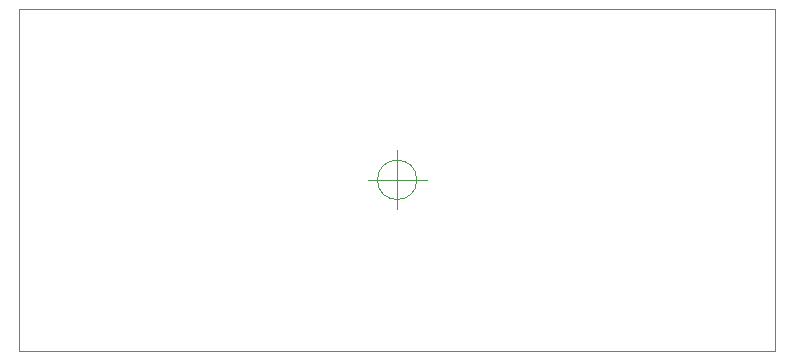
<source format=gbr>
G04 #@! TF.GenerationSoftware,KiCad,Pcbnew,5.99.0-unknown-103b0c1~100~ubuntu19.10.1*
G04 #@! TF.CreationDate,2020-03-22T12:14:24+01:00*
G04 #@! TF.ProjectId,LEDBoard_4x6_p20x5,4c454442-6f61-4726-945f-3478365f7032,v1.0.0*
G04 #@! TF.SameCoordinates,Original*
G04 #@! TF.FileFunction,Profile,NP*
%FSLAX46Y46*%
G04 Gerber Fmt 4.6, Leading zero omitted, Abs format (unit mm)*
G04 Created by KiCad (PCBNEW 5.99.0-unknown-103b0c1~100~ubuntu19.10.1) date 2020-03-22 12:14:24*
%MOMM*%
%LPD*%
G01*
G04 APERTURE LIST*
G04 #@! TA.AperFunction,Profile*
%ADD10C,0.050000*%
G04 #@! TD*
G04 APERTURE END LIST*
D10*
X101666666Y-100000000D02*
G75*
G03*
X101666666Y-100000000I-1666666J0D01*
G01*
X97500000Y-100000000D02*
X102500000Y-100000000D01*
X100000000Y-97500000D02*
X100000000Y-102500000D01*
X68000000Y-114500000D02*
X68000000Y-85500000D01*
X132000000Y-114500000D02*
X68000000Y-114500000D01*
X132000000Y-85500000D02*
X132000000Y-114500000D01*
X68000000Y-85500000D02*
X132000000Y-85500000D01*
M02*

</source>
